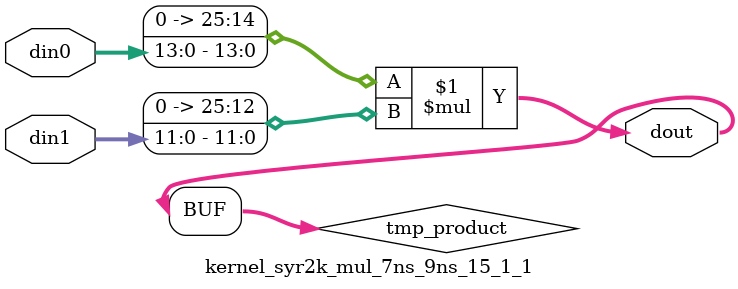
<source format=v>

 module kernel_syr2k_mul_7ns_9ns_15_1_1(din0, din1, dout);  
parameter ID = 1;
parameter NUM_STAGE = 0;
parameter din0_WIDTH = 14;
parameter din1_WIDTH = 12;
parameter dout_WIDTH = 26;
input [din0_WIDTH - 1 : 0] din0; 
input [din1_WIDTH - 1 : 0] din1; 
output [dout_WIDTH - 1 : 0] dout;
wire signed [dout_WIDTH - 1 : 0] tmp_product;
assign tmp_product = $signed({1'b0, din0}) * $signed({1'b0, din1});
assign dout = tmp_product;
endmodule

</source>
